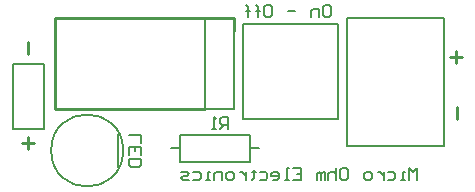
<source format=gto>
G04*
G04 #@! TF.GenerationSoftware,Altium Limited,Altium Designer,20.1.11 (218)*
G04*
G04 Layer_Color=65535*
%FSLAX25Y25*%
%MOIN*%
G70*
G04*
G04 #@! TF.SameCoordinates,1FFAB4DC-9B42-4647-A341-CC47B364B69B*
G04*
G04*
G04 #@! TF.FilePolarity,Positive*
G04*
G01*
G75*
%ADD10C,0.00591*%
%ADD11C,0.01000*%
%ADD12C,0.00787*%
D10*
X17211Y11811D02*
G03*
X17211Y11811I12008J0D01*
G01*
D11*
X78333Y55906D02*
X18431D01*
Y50276D02*
Y55906D01*
X78333Y51614D02*
Y55906D01*
X68530Y25709D02*
X18431D01*
Y50276D01*
X9439Y47819D02*
Y43820D01*
X9409Y16323D02*
Y12324D01*
X7409Y14323D02*
X11408D01*
X152353Y26165D02*
Y22167D01*
X152322Y45063D02*
Y41064D01*
X150323Y43064D02*
X154321D01*
D12*
X60046Y12599D02*
X57172D01*
X86542D02*
X83668D01*
Y8071D02*
Y17126D01*
Y8071D02*
X60046D01*
Y17126D01*
X83668D02*
X60046D01*
X81305Y22441D02*
Y53937D01*
X112802D02*
X81305D01*
X112802Y22441D02*
Y53937D01*
Y22441D02*
X81305D01*
X68530Y25709D02*
Y55709D01*
X78333Y25709D02*
Y55709D01*
X68530D01*
X78333Y25709D02*
X68530D01*
X148333Y55886D02*
X115853D01*
X148333Y13287D02*
Y55886D01*
Y13287D02*
X115853D01*
Y55886D01*
X14967Y40788D02*
X4337D01*
X14967Y18819D02*
Y40788D01*
Y18819D02*
X4337D01*
Y40788D01*
X39553Y6299D02*
Y17323D01*
X139180Y1969D02*
Y5904D01*
X137868Y4592D01*
X136556Y5904D01*
Y1969D01*
X135244D02*
X133932D01*
X134588D01*
Y4592D01*
X135244D01*
X129340D02*
X131308D01*
X131964Y3936D01*
Y2624D01*
X131308Y1969D01*
X129340D01*
X128028Y4592D02*
Y1969D01*
Y3280D01*
X127372Y3936D01*
X126716Y4592D01*
X126060D01*
X123437Y1969D02*
X122125D01*
X121469Y2624D01*
Y3936D01*
X122125Y4592D01*
X123437D01*
X124092Y3936D01*
Y2624D01*
X123437Y1969D01*
X114253Y5904D02*
X115565D01*
X116221Y5248D01*
Y2624D01*
X115565Y1969D01*
X114253D01*
X113597Y2624D01*
Y5248D01*
X114253Y5904D01*
X112285D02*
Y1969D01*
Y3936D01*
X111629Y4592D01*
X110317D01*
X109661Y3936D01*
Y1969D01*
X108350D02*
Y4592D01*
X107694D01*
X107038Y3936D01*
Y1969D01*
Y3936D01*
X106382Y4592D01*
X105726Y3936D01*
Y1969D01*
X97854Y5904D02*
X100478D01*
Y1969D01*
X97854D01*
X100478Y3936D02*
X99166D01*
X96542Y1969D02*
X95230D01*
X95886D01*
Y5904D01*
X96542D01*
X91295Y1969D02*
X92607D01*
X93263Y2624D01*
Y3936D01*
X92607Y4592D01*
X91295D01*
X90639Y3936D01*
Y3280D01*
X93263D01*
X86703Y4592D02*
X88671D01*
X89327Y3936D01*
Y2624D01*
X88671Y1969D01*
X86703D01*
X84735Y5248D02*
Y4592D01*
X85391D01*
X84079D01*
X84735D01*
Y2624D01*
X84079Y1969D01*
X82111Y4592D02*
Y1969D01*
Y3280D01*
X81455Y3936D01*
X80799Y4592D01*
X80143D01*
X77520Y1969D02*
X76208D01*
X75552Y2624D01*
Y3936D01*
X76208Y4592D01*
X77520D01*
X78176Y3936D01*
Y2624D01*
X77520Y1969D01*
X74240D02*
Y4592D01*
X72272D01*
X71616Y3936D01*
Y1969D01*
X70304D02*
X68992D01*
X69648D01*
Y4592D01*
X70304D01*
X64401D02*
X66368D01*
X67024Y3936D01*
Y2624D01*
X66368Y1969D01*
X64401D01*
X63089D02*
X61121D01*
X60465Y2624D01*
X61121Y3280D01*
X62433D01*
X63089Y3936D01*
X62433Y4592D01*
X60465D01*
X43118Y16929D02*
X47054D01*
Y14305D01*
X43118Y10370D02*
Y12993D01*
X47054D01*
Y10370D01*
X45086Y12993D02*
Y11682D01*
X43118Y9058D02*
X47054D01*
Y7090D01*
X46398Y6434D01*
X43774D01*
X43118Y7090D01*
Y9058D01*
X108472Y60235D02*
X109783D01*
X110439Y59579D01*
Y56955D01*
X109783Y56299D01*
X108472D01*
X107816Y56955D01*
Y59579D01*
X108472Y60235D01*
X106504Y56299D02*
Y58923D01*
X104536D01*
X103880Y58267D01*
Y56299D01*
X98632Y58267D02*
X96008D01*
X88793Y60235D02*
X90105D01*
X90761Y59579D01*
Y56955D01*
X90105Y56299D01*
X88793D01*
X88137Y56955D01*
Y59579D01*
X88793Y60235D01*
X86169Y56299D02*
Y59579D01*
Y58267D01*
X86825D01*
X85513D01*
X86169D01*
Y59579D01*
X85513Y60235D01*
X82889Y56299D02*
Y59579D01*
Y58267D01*
X83545D01*
X82233D01*
X82889D01*
Y59579D01*
X82233Y60235D01*
X76055Y18898D02*
Y22834D01*
X74087D01*
X73431Y22178D01*
Y20866D01*
X74087Y20210D01*
X76055D01*
X74743D02*
X73431Y18898D01*
X72120D02*
X70808D01*
X71464D01*
Y22834D01*
X72120Y22178D01*
M02*

</source>
